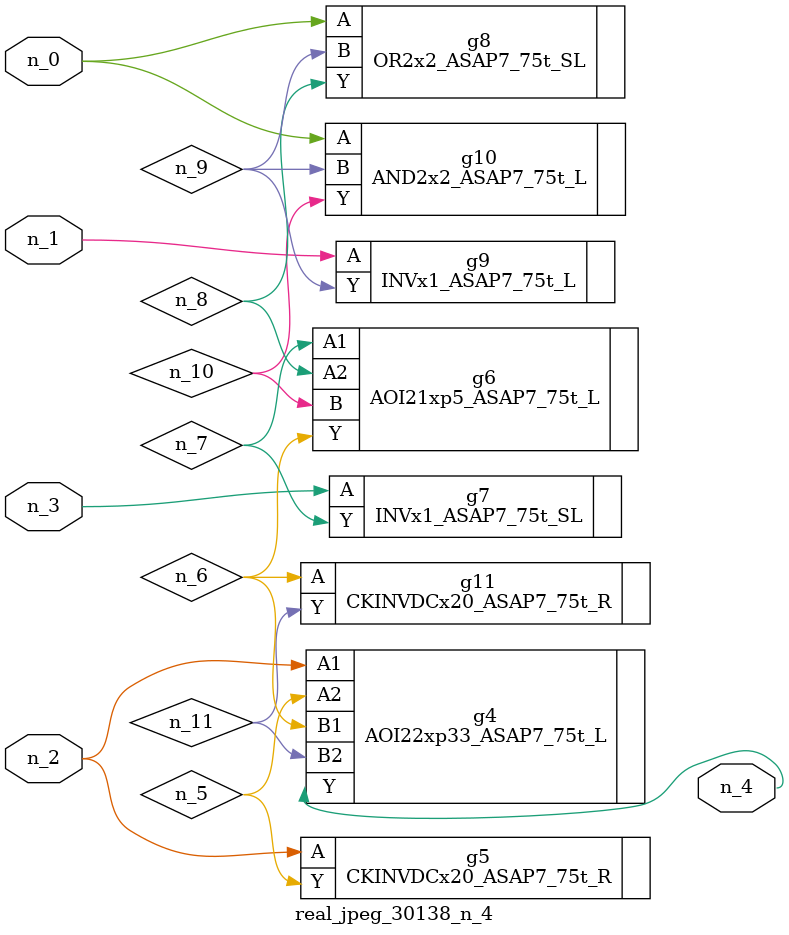
<source format=v>
module real_jpeg_30138_n_4 (n_3, n_1, n_0, n_2, n_4);

input n_3;
input n_1;
input n_0;
input n_2;

output n_4;

wire n_5;
wire n_8;
wire n_11;
wire n_6;
wire n_7;
wire n_10;
wire n_9;

OR2x2_ASAP7_75t_SL g8 ( 
.A(n_0),
.B(n_9),
.Y(n_8)
);

AND2x2_ASAP7_75t_L g10 ( 
.A(n_0),
.B(n_9),
.Y(n_10)
);

INVx1_ASAP7_75t_L g9 ( 
.A(n_1),
.Y(n_9)
);

AOI22xp33_ASAP7_75t_L g4 ( 
.A1(n_2),
.A2(n_5),
.B1(n_6),
.B2(n_11),
.Y(n_4)
);

CKINVDCx20_ASAP7_75t_R g5 ( 
.A(n_2),
.Y(n_5)
);

INVx1_ASAP7_75t_SL g7 ( 
.A(n_3),
.Y(n_7)
);

CKINVDCx20_ASAP7_75t_R g11 ( 
.A(n_6),
.Y(n_11)
);

AOI21xp5_ASAP7_75t_L g6 ( 
.A1(n_7),
.A2(n_8),
.B(n_10),
.Y(n_6)
);


endmodule
</source>
